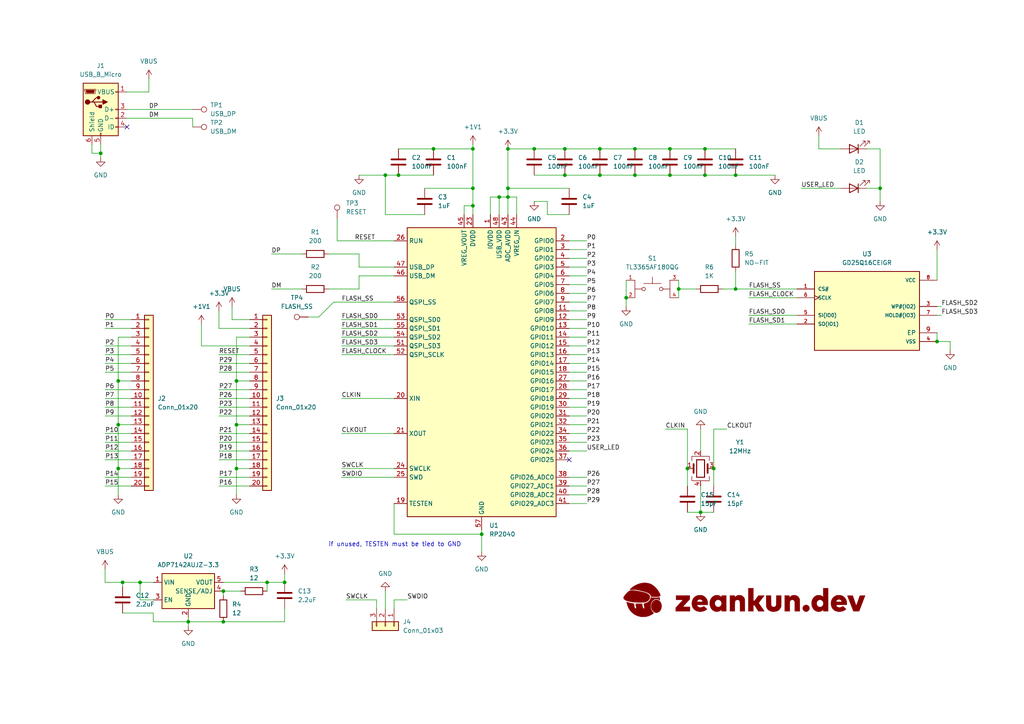
<source format=kicad_sch>
(kicad_sch (version 20230121) (generator eeschema)
  (paper "A4")
  (title_block (title "Pico2040 Modular Edition R2") (date "2023-08-09") (rev "2.0"))
  (lib_symbols
    (symbol "Connector:TestPoint" (pin_numbers hide) (pin_names (offset 0.762) hide)
      (property "Reference" "TP" (at 0 6.858 0))
      (property "Value" "TestPoint" (at 0 5.08 0))
      (symbol "TestPoint_1_1"
        (pin passive line (at 0 0 90) (length 2.54) (name "1") (number "1"))
      )
    )
    (symbol "Connector:USB_B_Micro" (pin_names (offset 1.016))
      (property "Reference" "J" (at -5.08 11.43 0))
      (property "Value" "USB_B_Micro" (at -5.08 8.89 0))
      (symbol "USB_B_Micro_1_1"
        (pin power_out line (at 7.62 5.08 180) (length 2.54) (name "VBUS") (number "1"))
        (pin bidirectional line (at 7.62 -2.54 180) (length 2.54) (name "D-") (number "2"))
        (pin bidirectional line (at 7.62 0 180) (length 2.54) (name "D+") (number "3"))
        (pin passive line (at 7.62 -5.08 180) (length 2.54) (name "ID") (number "4"))
        (pin power_out line (at 0 -10.16 90) (length 2.54) (name "GND") (number "5"))
        (pin passive line (at -2.54 -10.16 90) (length 2.54) (name "Shield") (number "6"))
      )
    )
    (symbol "Connector_Generic:Conn_01x03" (pin_names (offset 1.016) hide)
      (property "Reference" "J" (at 0 5.08 0))
      (property "Value" "Conn_01x03" (at 0 -5.08 0))
      (symbol "Conn_01x03_1_1"
        (pin passive line (at -5.08 2.54 0) (length 3.81) (name "Pin_1") (number "1"))
        (pin passive line (at -5.08 0 0) (length 3.81) (name "Pin_2") (number "2"))
        (pin passive line (at -5.08 -2.54 0) (length 3.81) (name "Pin_3") (number "3"))
      )
    )
    (symbol "Connector_Generic:Conn_01x20" (pin_names (offset 1.016) hide)
      (property "Reference" "J" (at 0 25.4 0))
      (property "Value" "Conn_01x20" (at 0 -27.94 0))
      (symbol "Conn_01x20_1_1"
        (pin passive line (at -5.08 22.86 0) (length 3.81) (name "Pin_1") (number "1"))
        (pin passive line (at -5.08 0 0) (length 3.81) (name "Pin_10") (number "10"))
        (pin passive line (at -5.08 -2.54 0) (length 3.81) (name "Pin_11") (number "11"))
        (pin passive line (at -5.08 -5.08 0) (length 3.81) (name "Pin_12") (number "12"))
        (pin passive line (at -5.08 -7.62 0) (length 3.81) (name "Pin_13") (number "13"))
        (pin passive line (at -5.08 -10.16 0) (length 3.81) (name "Pin_14") (number "14"))
        (pin passive line (at -5.08 -12.7 0) (length 3.81) (name "Pin_15") (number "15"))
        (pin passive line (at -5.08 -15.24 0) (length 3.81) (name "Pin_16") (number "16"))
        (pin passive line (at -5.08 -17.78 0) (length 3.81) (name "Pin_17") (number "17"))
        (pin passive line (at -5.08 -20.32 0) (length 3.81) (name "Pin_18") (number "18"))
        (pin passive line (at -5.08 -22.86 0) (length 3.81) (name "Pin_19") (number "19"))
        (pin passive line (at -5.08 20.32 0) (length 3.81) (name "Pin_2") (number "2"))
        (pin passive line (at -5.08 -25.4 0) (length 3.81) (name "Pin_20") (number "20"))
        (pin passive line (at -5.08 17.78 0) (length 3.81) (name "Pin_3") (number "3"))
        (pin passive line (at -5.08 15.24 0) (length 3.81) (name "Pin_4") (number "4"))
        (pin passive line (at -5.08 12.7 0) (length 3.81) (name "Pin_5") (number "5"))
        (pin passive line (at -5.08 10.16 0) (length 3.81) (name "Pin_6") (number "6"))
        (pin passive line (at -5.08 7.62 0) (length 3.81) (name "Pin_7") (number "7"))
        (pin passive line (at -5.08 5.08 0) (length 3.81) (name "Pin_8") (number "8"))
        (pin passive line (at -5.08 2.54 0) (length 3.81) (name "Pin_9") (number "9"))
      )
    )
    (symbol "Device:C" (pin_numbers hide) (pin_names (offset 0.254))
      (property "Reference" "C" (at 0.635 2.54 0))
      (property "Value" "C" (at 0.635 -2.54 0))
      (symbol "C_1_1"
        (pin passive line (at 0 3.81 270) (length 2.794) (name "~") (number "1"))
        (pin passive line (at 0 -3.81 90) (length 2.794) (name "~") (number "2"))
      )
    )
    (symbol "Device:Crystal_GND24" (pin_names (offset 1.016) hide)
      (property "Reference" "Y" (at 3.175 5.08 0))
      (property "Value" "Crystal_GND24" (at 3.175 3.175 0))
      (symbol "Crystal_GND24_1_1"
        (pin passive line (at -3.81 0 0) (length 1.27) (name "1") (number "1"))
        (pin passive line (at 0 5.08 270) (length 1.27) (name "2") (number "2"))
        (pin passive line (at 3.81 0 180) (length 1.27) (name "3") (number "3"))
        (pin passive line (at 0 -5.08 90) (length 1.27) (name "4") (number "4"))
      )
    )
    (symbol "Device:LED" (pin_numbers hide) (pin_names (offset 1.016) hide)
      (property "Reference" "D" (at 0 2.54 0))
      (property "Value" "LED" (at 0 -2.54 0))
      (symbol "LED_1_1"
        (pin passive line (at -3.81 0 0) (length 2.54) (name "K") (number "1"))
        (pin passive line (at 3.81 0 180) (length 2.54) (name "A") (number "2"))
      )
    )
    (symbol "Device:R" (pin_numbers hide) (pin_names (offset 0))
      (property "Reference" "R" (at 2.032 0 90))
      (property "Value" "R" (at 0 0 90))
      (symbol "R_1_1"
        (pin passive line (at 0 3.81 270) (length 1.27) (name "~") (number "1"))
        (pin passive line (at 0 -3.81 90) (length 1.27) (name "~") (number "2"))
      )
    )
    (symbol "GD25Q16CEIGR:GD25Q16CEIGR" (pin_names (offset 1.016))
      (property "Reference" "U" (at -15.24 11.43 0))
      (property "Value" "GD25Q16CEIGR" (at -15.24 -13.97 0))
      (symbol "GD25Q16CEIGR_0_0"
        (pin input line (at -20.32 5.08 0) (length 5.08) (name "CS#") (number "1"))
        (pin bidirectional line (at -20.32 -5.08 0) (length 5.08) (name "SO(IO1)") (number "2"))
        (pin bidirectional line (at 20.32 0 180) (length 5.08) (name "WP#(IO2)") (number "3"))
        (pin power_in line (at 20.32 -10.16 180) (length 5.08) (name "VSS") (number "4"))
        (pin bidirectional line (at -20.32 -2.54 0) (length 5.08) (name "SI(IO0)") (number "5"))
        (pin input clock (at -20.32 2.54 0) (length 5.08) (name "SCLK") (number "6"))
        (pin bidirectional line (at 20.32 -2.54 180) (length 5.08) (name "HOLD#(IO3)") (number "7"))
        (pin power_in line (at 20.32 7.62 180) (length 5.08) (name "VCC") (number "8"))
      )
      (symbol "GD25Q16CEIGR_1_1"
        (pin input line (at 20.32 -7.62 180) (length 5.08) (name "EP") (number "9"))
      )
    )
    (symbol "MCU_RaspberryPi:RP2040"
      (property "Reference" "U" (at 17.78 45.72 0))
      (property "Value" "RP2040" (at 17.78 43.18 0))
      (symbol "RP2040_1_1"
        (pin power_in line (at 2.54 45.72 270) (length 3.81) (name "IOVDD") (number "1"))
        (pin passive line (at 2.54 45.72 270) (length 3.81) hide (name "IOVDD") (number "10"))
        (pin bidirectional line (at 25.4 17.78 180) (length 3.81) (name "GPIO8") (number "11"))
        (pin bidirectional line (at 25.4 15.24 180) (length 3.81) (name "GPIO9") (number "12"))
        (pin bidirectional line (at 25.4 12.7 180) (length 3.81) (name "GPIO10") (number "13"))
        (pin bidirectional line (at 25.4 10.16 180) (length 3.81) (name "GPIO11") (number "14"))
        (pin bidirectional line (at 25.4 7.62 180) (length 3.81) (name "GPIO12") (number "15"))
        (pin bidirectional line (at 25.4 5.08 180) (length 3.81) (name "GPIO13") (number "16"))
        (pin bidirectional line (at 25.4 2.54 180) (length 3.81) (name "GPIO14") (number "17"))
        (pin bidirectional line (at 25.4 0 180) (length 3.81) (name "GPIO15") (number "18"))
        (pin input line (at -25.4 -38.1 0) (length 3.81) (name "TESTEN") (number "19"))
        (pin bidirectional line (at 25.4 38.1 180) (length 3.81) (name "GPIO0") (number "2"))
        (pin input line (at -25.4 -7.62 0) (length 3.81) (name "XIN") (number "20"))
        (pin passive line (at -25.4 -17.78 0) (length 3.81) (name "XOUT") (number "21"))
        (pin passive line (at 2.54 45.72 270) (length 3.81) hide (name "IOVDD") (number "22"))
        (pin power_in line (at -2.54 45.72 270) (length 3.81) (name "DVDD") (number "23"))
        (pin input line (at -25.4 -27.94 0) (length 3.81) (name "SWCLK") (number "24"))
        (pin bidirectional line (at -25.4 -30.48 0) (length 3.81) (name "SWD") (number "25"))
        (pin input line (at -25.4 38.1 0) (length 3.81) (name "RUN") (number "26"))
        (pin bidirectional line (at 25.4 -2.54 180) (length 3.81) (name "GPIO16") (number "27"))
        (pin bidirectional line (at 25.4 -5.08 180) (length 3.81) (name "GPIO17") (number "28"))
        (pin bidirectional line (at 25.4 -7.62 180) (length 3.81) (name "GPIO18") (number "29"))
        (pin bidirectional line (at 25.4 35.56 180) (length 3.81) (name "GPIO1") (number "3"))
        (pin bidirectional line (at 25.4 -10.16 180) (length 3.81) (name "GPIO19") (number "30"))
        (pin bidirectional line (at 25.4 -12.7 180) (length 3.81) (name "GPIO20") (number "31"))
        (pin bidirectional line (at 25.4 -15.24 180) (length 3.81) (name "GPIO21") (number "32"))
        (pin passive line (at 2.54 45.72 270) (length 3.81) hide (name "IOVDD") (number "33"))
        (pin bidirectional line (at 25.4 -17.78 180) (length 3.81) (name "GPIO22") (number "34"))
        (pin bidirectional line (at 25.4 -20.32 180) (length 3.81) (name "GPIO23") (number "35"))
        (pin bidirectional line (at 25.4 -22.86 180) (length 3.81) (name "GPIO24") (number "36"))
        (pin bidirectional line (at 25.4 -25.4 180) (length 3.81) (name "GPIO25") (number "37"))
        (pin bidirectional line (at 25.4 -30.48 180) (length 3.81) (name "GPIO26_ADC0") (number "38"))
        (pin bidirectional line (at 25.4 -33.02 180) (length 3.81) (name "GPIO27_ADC1") (number "39"))
        (pin bidirectional line (at 25.4 33.02 180) (length 3.81) (name "GPIO2") (number "4"))
        (pin bidirectional line (at 25.4 -35.56 180) (length 3.81) (name "GPIO28_ADC2") (number "40"))
        (pin bidirectional line (at 25.4 -38.1 180) (length 3.81) (name "GPIO29_ADC3") (number "41"))
        (pin passive line (at 2.54 45.72 270) (length 3.81) hide (name "IOVDD") (number "42"))
        (pin power_in line (at 7.62 45.72 270) (length 3.81) (name "ADC_AVDD") (number "43"))
        (pin power_in line (at 10.16 45.72 270) (length 3.81) (name "VREG_IN") (number "44"))
        (pin power_out line (at -5.08 45.72 270) (length 3.81) (name "VREG_VOUT") (number "45"))
        (pin bidirectional line (at -25.4 27.94 0) (length 3.81) (name "USB_DM") (number "46"))
        (pin bidirectional line (at -25.4 30.48 0) (length 3.81) (name "USB_DP") (number "47"))
        (pin power_in line (at 5.08 45.72 270) (length 3.81) (name "USB_VDD") (number "48"))
        (pin passive line (at 2.54 45.72 270) (length 3.81) hide (name "IOVDD") (number "49"))
        (pin bidirectional line (at 25.4 30.48 180) (length 3.81) (name "GPIO3") (number "5"))
        (pin passive line (at -2.54 45.72 270) (length 3.81) hide (name "DVDD") (number "50"))
        (pin bidirectional line (at -25.4 7.62 0) (length 3.81) (name "QSPI_SD3") (number "51"))
        (pin output line (at -25.4 5.08 0) (length 3.81) (name "QSPI_SCLK") (number "52"))
        (pin bidirectional line (at -25.4 15.24 0) (length 3.81) (name "QSPI_SD0") (number "53"))
        (pin bidirectional line (at -25.4 10.16 0) (length 3.81) (name "QSPI_SD2") (number "54"))
        (pin bidirectional line (at -25.4 12.7 0) (length 3.81) (name "QSPI_SD1") (number "55"))
        (pin bidirectional line (at -25.4 20.32 0) (length 3.81) (name "QSPI_SS") (number "56"))
        (pin power_in line (at 0 -45.72 90) (length 3.81) (name "GND") (number "57"))
        (pin bidirectional line (at 25.4 27.94 180) (length 3.81) (name "GPIO4") (number "6"))
        (pin bidirectional line (at 25.4 25.4 180) (length 3.81) (name "GPIO5") (number "7"))
        (pin bidirectional line (at 25.4 22.86 180) (length 3.81) (name "GPIO6") (number "8"))
        (pin bidirectional line (at 25.4 20.32 180) (length 3.81) (name "GPIO7") (number "9"))
      )
    )
    (symbol "Regulator_Linear:ADP7142AUJZ-3.3"
      (property "Reference" "U" (at 0 8.89 0))
      (property "Value" "ADP7142AUJZ-3.3" (at 0 6.35 0))
      (symbol "ADP7142AUJZ-3.3_1_1"
        (pin power_in line (at -10.16 2.54 0) (length 2.54) (name "VIN") (number "1"))
        (pin power_in line (at 0 -7.62 90) (length 2.54) (name "GND") (number "2"))
        (pin input line (at -10.16 -2.54 0) (length 2.54) (name "EN") (number "3"))
        (pin input line (at 10.16 0 180) (length 2.54) (name "SENSE/ADJ") (number "4"))
        (pin power_out line (at 10.16 2.54 180) (length 2.54) (name "VOUT") (number "5"))
      )
    )
    (symbol "TL3365AF180QG:TL3365AF180QG" (pin_names (offset 1.016))
      (property "Reference" "S" (at -5.08 5.08 0))
      (property "Value" "TL3365AF180QG" (at -5.08 -5.08 0))
      (symbol "TL3365AF180QG_0_0"
        (pin passive line (at -7.62 2.54 0) (length 2.54) (name "~") (number "1"))
        (pin passive line (at -7.62 -2.54 0) (length 2.54) (name "~") (number "2"))
        (pin passive line (at 7.62 2.54 180) (length 2.54) (name "~") (number "3"))
        (pin passive line (at 7.62 -2.54 180) (length 2.54) (name "~") (number "4"))
      )
    )
    (symbol "power:+1V1" (power) (pin_names (offset 0))
      (property "Value" "+1V1" (at 0 3.556 0))
      (symbol "+1V1_1_1"
        (pin power_in line (at 0 0 90) (length 0) hide (name "+1V1") (number "1"))
      )
    )
    (symbol "power:+3.3V" (power) (pin_names (offset 0))
      (property "Value" "+3.3V" (at 0 3.556 0))
      (symbol "+3.3V_1_1"
        (pin power_in line (at 0 0 90) (length 0) hide (name "+3.3V") (number "1"))
      )
    )
    (symbol "power:GND" (power) (pin_names (offset 0))
      (property "Value" "GND" (at 0 -3.81 0))
      (symbol "GND_1_1"
        (pin power_in line (at 0 0 270) (length 0) hide (name "GND") (number "1"))
      )
    )
    (symbol "power:VBUS" (power) (pin_names (offset 0))
      (property "Value" "VBUS" (at 0 3.81 0))
      (symbol "VBUS_1_1"
        (pin power_in line (at 0 0 90) (length 0) hide (name "VBUS") (number "1"))
      )
    )
    (symbol "zeankundev-logo:LOGO" (pin_names (offset 1.016)))
  )
  (junction (at 125.73 43.18))
  (junction (at 163.83 50.8))
  (junction (at 137.16 43.18))
  (junction (at 147.32 54.61))
  (junction (at 137.16 54.61))
  (junction (at 35.56 168.91))
  (junction (at 154.94 43.18))
  (junction (at 173.99 43.18))
  (junction (at 196.85 83.82))
  (junction (at 77.47 168.91))
  (junction (at 82.55 168.91))
  (junction (at 213.36 83.82))
  (junction (at 203.2 148.59))
  (junction (at 64.77 171.45))
  (junction (at 144.78 57.15))
  (junction (at 68.58 123.19))
  (junction (at 40.64 168.91))
  (junction (at 34.29 110.49))
  (junction (at 54.61 180.34))
  (junction (at 271.78 99.06))
  (junction (at 68.58 135.89))
  (junction (at 29.21 44.45))
  (junction (at 194.31 50.8))
  (junction (at 181.61 86.36))
  (junction (at 173.99 50.8))
  (junction (at 199.39 135.89))
  (junction (at 255.27 54.61))
  (junction (at 204.47 43.18))
  (junction (at 147.32 57.15))
  (junction (at 163.83 43.18))
  (junction (at 137.16 59.69))
  (junction (at 34.29 135.89))
  (junction (at 139.7 154.94))
  (junction (at 207.01 135.89))
  (junction (at 68.58 110.49))
  (junction (at 115.57 50.8))
  (junction (at 147.32 43.18))
  (junction (at 64.77 180.34))
  (junction (at 194.31 43.18))
  (junction (at 111.76 50.8))
  (junction (at 204.47 50.8))
  (junction (at 184.15 43.18))
  (junction (at 213.36 50.8))
  (junction (at 34.29 123.19))
  (junction (at 184.15 50.8))
  (no_connect (at 36.83 36.83))
  (no_connect (at 165.1 133.35))
  (wire (pts (xy 63.5 140.97) (xy 72.39 140.97)))
  (wire (pts (xy 165.1 90.17) (xy 170.18 90.17)))
  (wire (pts (xy 139.7 154.94) (xy 139.7 160.02)))
  (wire (pts (xy 63.5 90.17) (xy 63.5 95.25)))
  (wire (pts (xy 123.19 54.61) (xy 137.16 54.61)))
  (wire (pts (xy 271.78 88.9) (xy 273.05 88.9)))
  (wire (pts (xy 165.1 125.73) (xy 170.18 125.73)))
  (wire (pts (xy 96.774 87.63) (xy 92.456 91.948)))
  (wire (pts (xy 68.58 135.89) (xy 68.58 143.51)))
  (wire (pts (xy 77.47 168.91) (xy 77.47 171.45)))
  (wire (pts (xy 114.3 146.05) (xy 114.3 154.94)))
  (wire (pts (xy 99.06 138.43) (xy 114.3 138.43)))
  (wire (pts (xy 63.5 102.87) (xy 72.39 102.87)))
  (wire (pts (xy 137.16 41.91) (xy 137.16 43.18)))
  (wire (pts (xy 111.76 171.45) (xy 111.76 176.53)))
  (wire (pts (xy 115.57 43.18) (xy 125.73 43.18)))
  (wire (pts (xy 196.85 83.82) (xy 201.93 83.82)))
  (wire (pts (xy 63.5 95.25) (xy 72.39 95.25)))
  (wire (pts (xy 64.77 171.45) (xy 69.85 171.45)))
  (wire (pts (xy 68.58 97.79) (xy 72.39 97.79)))
  (wire (pts (xy 203.2 140.97) (xy 203.2 148.59)))
  (wire (pts (xy 173.99 43.18) (xy 184.15 43.18)))
  (wire (pts (xy 158.75 62.23) (xy 165.1 62.23)))
  (wire (pts (xy 68.58 123.19) (xy 72.39 123.19)))
  (wire (pts (xy 38.1 97.79) (xy 34.29 97.79)))
  (wire (pts (xy 137.16 59.69) (xy 137.16 62.23)))
  (wire (pts (xy 271.78 91.44) (xy 273.05 91.44)))
  (wire (pts (xy 68.58 110.49) (xy 68.58 123.19)))
  (wire (pts (xy 30.48 168.91) (xy 35.56 168.91)))
  (wire (pts (xy 35.56 168.91) (xy 40.64 168.91)))
  (wire (pts (xy 149.86 57.15) (xy 147.32 57.15)))
  (wire (pts (xy 149.86 62.23) (xy 149.86 57.15)))
  (wire (pts (xy 35.56 168.91) (xy 35.56 170.18)))
  (wire (pts (xy 217.17 86.36) (xy 231.14 86.36)))
  (wire (pts (xy 165.1 123.19) (xy 170.18 123.19)))
  (wire (pts (xy 196.85 83.82) (xy 196.85 86.36)))
  (wire (pts (xy 99.06 95.25) (xy 114.3 95.25)))
  (wire (pts (xy 63.5 133.35) (xy 72.39 133.35)))
  (wire (pts (xy 67.31 88.9) (xy 67.31 92.71)))
  (wire (pts (xy 114.3 80.01) (xy 104.14 80.01)))
  (wire (pts (xy 30.48 105.41) (xy 38.1 105.41)))
  (wire (pts (xy 165.1 92.71) (xy 170.18 92.71)))
  (wire (pts (xy 78.74 83.82) (xy 87.63 83.82)))
  (wire (pts (xy 63.5 120.65) (xy 72.39 120.65)))
  (wire (pts (xy 255.27 43.18) (xy 255.27 54.61)))
  (wire (pts (xy 30.48 138.43) (xy 38.1 138.43)))
  (wire (pts (xy 34.29 110.49) (xy 38.1 110.49)))
  (wire (pts (xy 165.1 107.95) (xy 170.18 107.95)))
  (wire (pts (xy 147.32 43.18) (xy 154.94 43.18)))
  (wire (pts (xy 30.48 140.97) (xy 38.1 140.97)))
  (wire (pts (xy 139.7 153.67) (xy 139.7 154.94)))
  (wire (pts (xy 165.1 118.11) (xy 170.18 118.11)))
  (wire (pts (xy 30.48 107.95) (xy 38.1 107.95)))
  (wire (pts (xy 104.14 50.8) (xy 111.76 50.8)))
  (wire (pts (xy 89.408 91.948) (xy 92.456 91.948)))
  (wire (pts (xy 82.55 176.53) (xy 82.55 180.34)))
  (wire (pts (xy 82.55 180.34) (xy 64.77 180.34)))
  (wire (pts (xy 232.41 54.61) (xy 243.84 54.61)))
  (wire (pts (xy 29.21 44.45) (xy 29.21 45.72)))
  (wire (pts (xy 99.06 92.71) (xy 114.3 92.71)))
  (wire (pts (xy 165.1 130.81) (xy 170.18 130.81)))
  (wire (pts (xy 95.25 73.66) (xy 104.14 73.66)))
  (wire (pts (xy 58.42 100.33) (xy 72.39 100.33)))
  (wire (pts (xy 217.17 91.44) (xy 231.14 91.44)))
  (wire (pts (xy 165.1 87.63) (xy 170.18 87.63)))
  (wire (pts (xy 213.36 78.74) (xy 213.36 83.82)))
  (wire (pts (xy 99.06 135.89) (xy 114.3 135.89)))
  (wire (pts (xy 34.29 123.19) (xy 38.1 123.19)))
  (wire (pts (xy 251.46 54.61) (xy 255.27 54.61)))
  (wire (pts (xy 165.1 69.85) (xy 170.18 69.85)))
  (wire (pts (xy 137.16 43.18) (xy 137.16 54.61)))
  (wire (pts (xy 147.32 54.61) (xy 147.32 57.15)))
  (wire (pts (xy 134.62 59.69) (xy 137.16 59.69)))
  (wire (pts (xy 213.36 68.58) (xy 213.36 71.12)))
  (wire (pts (xy 163.83 43.18) (xy 173.99 43.18)))
  (wire (pts (xy 165.1 146.05) (xy 170.18 146.05)))
  (wire (pts (xy 271.78 96.52) (xy 271.78 99.06)))
  (wire (pts (xy 30.48 120.65) (xy 38.1 120.65)))
  (wire (pts (xy 68.58 123.19) (xy 68.58 135.89)))
  (wire (pts (xy 29.21 41.91) (xy 29.21 44.45)))
  (wire (pts (xy 165.1 77.47) (xy 170.18 77.47)))
  (wire (pts (xy 34.29 135.89) (xy 38.1 135.89)))
  (wire (pts (xy 63.5 118.11) (xy 72.39 118.11)))
  (wire (pts (xy 165.1 97.79) (xy 170.18 97.79)))
  (wire (pts (xy 44.45 180.34) (xy 44.45 177.8)))
  (wire (pts (xy 34.29 110.49) (xy 34.29 123.19)))
  (wire (pts (xy 30.48 165.1) (xy 30.48 168.91)))
  (wire (pts (xy 165.1 110.49) (xy 170.18 110.49)))
  (wire (pts (xy 77.47 168.91) (xy 64.77 168.91)))
  (wire (pts (xy 147.32 43.18) (xy 147.32 54.61)))
  (wire (pts (xy 255.27 54.61) (xy 255.27 58.42)))
  (wire (pts (xy 165.1 138.43) (xy 170.18 138.43)))
  (wire (pts (xy 34.29 123.19) (xy 34.29 135.89)))
  (wire (pts (xy 68.58 135.89) (xy 72.39 135.89)))
  (wire (pts (xy 63.5 138.43) (xy 72.39 138.43)))
  (wire (pts (xy 213.36 50.8) (xy 224.79 50.8)))
  (wire (pts (xy 96.774 87.63) (xy 114.3 87.63)))
  (wire (pts (xy 271.78 72.39) (xy 271.78 81.28)))
  (wire (pts (xy 165.1 113.03) (xy 170.18 113.03)))
  (wire (pts (xy 26.67 41.91) (xy 26.67 44.45)))
  (wire (pts (xy 134.62 62.23) (xy 134.62 59.69)))
  (wire (pts (xy 199.39 135.89) (xy 199.39 140.97)))
  (wire (pts (xy 165.1 143.51) (xy 170.18 143.51)))
  (wire (pts (xy 165.1 82.55) (xy 170.18 82.55)))
  (wire (pts (xy 118.11 173.99) (xy 114.3 173.99)))
  (wire (pts (xy 99.06 102.87) (xy 114.3 102.87)))
  (wire (pts (xy 63.5 105.41) (xy 72.39 105.41)))
  (wire (pts (xy 165.1 105.41) (xy 170.18 105.41)))
  (wire (pts (xy 100.33 173.99) (xy 109.22 173.99)))
  (wire (pts (xy 30.48 133.35) (xy 38.1 133.35)))
  (wire (pts (xy 30.48 128.27) (xy 38.1 128.27)))
  (wire (pts (xy 63.5 125.73) (xy 72.39 125.73)))
  (wire (pts (xy 54.61 180.34) (xy 64.77 180.34)))
  (wire (pts (xy 54.61 180.34) (xy 44.45 180.34)))
  (wire (pts (xy 165.1 80.01) (xy 170.18 80.01)))
  (wire (pts (xy 30.48 130.81) (xy 38.1 130.81)))
  (wire (pts (xy 63.5 107.95) (xy 72.39 107.95)))
  (wire (pts (xy 99.06 115.57) (xy 114.3 115.57)))
  (wire (pts (xy 99.06 125.73) (xy 114.3 125.73)))
  (wire (pts (xy 237.49 39.37) (xy 237.49 43.18)))
  (wire (pts (xy 147.32 54.61) (xy 165.1 54.61)))
  (wire (pts (xy 196.85 81.28) (xy 196.85 83.82)))
  (wire (pts (xy 144.78 57.15) (xy 144.78 62.23)))
  (wire (pts (xy 40.64 173.99) (xy 40.64 168.91)))
  (wire (pts (xy 26.67 44.45) (xy 29.21 44.45)))
  (wire (pts (xy 30.48 102.87) (xy 38.1 102.87)))
  (wire (pts (xy 125.73 43.18) (xy 137.16 43.18)))
  (wire (pts (xy 30.48 113.03) (xy 38.1 113.03)))
  (wire (pts (xy 30.48 95.25) (xy 38.1 95.25)))
  (wire (pts (xy 111.76 62.23) (xy 111.76 50.8)))
  (wire (pts (xy 55.88 34.29) (xy 55.88 36.83)))
  (wire (pts (xy 137.16 54.61) (xy 137.16 59.69)))
  (wire (pts (xy 44.45 173.99) (xy 40.64 173.99)))
  (wire (pts (xy 142.24 62.23) (xy 142.24 57.15)))
  (wire (pts (xy 82.55 168.91) (xy 77.47 168.91)))
  (wire (pts (xy 123.19 62.23) (xy 111.76 62.23)))
  (wire (pts (xy 142.24 57.15) (xy 144.78 57.15)))
  (wire (pts (xy 213.36 83.82) (xy 231.14 83.82)))
  (wire (pts (xy 104.14 80.01) (xy 104.14 83.82)))
  (wire (pts (xy 104.14 73.66) (xy 104.14 77.47)))
  (wire (pts (xy 67.31 92.71) (xy 72.39 92.71)))
  (wire (pts (xy 199.39 148.59) (xy 203.2 148.59)))
  (wire (pts (xy 147.32 57.15) (xy 147.32 62.23)))
  (wire (pts (xy 204.47 50.8) (xy 213.36 50.8)))
  (wire (pts (xy 63.5 115.57) (xy 72.39 115.57)))
  (wire (pts (xy 210.82 124.46) (xy 207.01 124.46)))
  (wire (pts (xy 207.01 124.46) (xy 207.01 135.89)))
  (wire (pts (xy 97.79 63.5) (xy 97.79 69.85)))
  (wire (pts (xy 30.48 118.11) (xy 38.1 118.11)))
  (wire (pts (xy 173.99 50.8) (xy 184.15 50.8)))
  (wire (pts (xy 111.76 50.8) (xy 115.57 50.8)))
  (wire (pts (xy 194.31 50.8) (xy 204.47 50.8)))
  (wire (pts (xy 104.14 77.47) (xy 114.3 77.47)))
  (wire (pts (xy 203.2 124.46) (xy 203.2 130.81)))
  (wire (pts (xy 82.55 166.37) (xy 82.55 168.91)))
  (wire (pts (xy 115.57 50.8) (xy 125.73 50.8)))
  (wire (pts (xy 64.77 171.45) (xy 64.77 172.72)))
  (wire (pts (xy 165.1 140.97) (xy 170.18 140.97)))
  (wire (pts (xy 34.29 135.89) (xy 34.29 143.51)))
  (wire (pts (xy 34.29 97.79) (xy 34.29 110.49)))
  (wire (pts (xy 97.79 69.85) (xy 114.3 69.85)))
  (wire (pts (xy 68.58 97.79) (xy 68.58 110.49)))
  (wire (pts (xy 58.42 93.98) (xy 58.42 100.33)))
  (wire (pts (xy 104.14 83.82) (xy 95.25 83.82)))
  (wire (pts (xy 54.61 179.07) (xy 54.61 180.34)))
  (wire (pts (xy 158.75 58.42) (xy 158.75 62.23)))
  (wire (pts (xy 165.1 128.27) (xy 170.18 128.27)))
  (wire (pts (xy 181.61 86.36) (xy 181.61 88.9)))
  (wire (pts (xy 158.75 58.42) (xy 154.94 58.42)))
  (wire (pts (xy 35.56 177.8) (xy 44.45 177.8)))
  (wire (pts (xy 194.31 43.18) (xy 204.47 43.18)))
  (wire (pts (xy 275.59 99.06) (xy 271.78 99.06)))
  (wire (pts (xy 36.83 26.67) (xy 43.18 26.67)))
  (wire (pts (xy 165.1 72.39) (xy 170.18 72.39)))
  (wire (pts (xy 36.83 31.75) (xy 55.88 31.75)))
  (wire (pts (xy 68.58 110.49) (xy 72.39 110.49)))
  (wire (pts (xy 114.3 173.99) (xy 114.3 176.53)))
  (wire (pts (xy 154.94 43.18) (xy 163.83 43.18)))
  (wire (pts (xy 144.78 57.15) (xy 147.32 57.15)))
  (wire (pts (xy 165.1 85.09) (xy 170.18 85.09)))
  (wire (pts (xy 78.74 73.66) (xy 87.63 73.66)))
  (wire (pts (xy 30.48 92.71) (xy 38.1 92.71)))
  (wire (pts (xy 165.1 95.25) (xy 170.18 95.25)))
  (wire (pts (xy 109.22 173.99) (xy 109.22 176.53)))
  (wire (pts (xy 275.59 101.6) (xy 275.59 99.06)))
  (wire (pts (xy 43.18 26.67) (xy 43.18 22.86)))
  (wire (pts (xy 204.47 43.18) (xy 213.36 43.18)))
  (wire (pts (xy 99.06 97.79) (xy 114.3 97.79)))
  (wire (pts (xy 30.48 100.33) (xy 38.1 100.33)))
  (wire (pts (xy 165.1 120.65) (xy 170.18 120.65)))
  (wire (pts (xy 193.04 124.46) (xy 199.39 124.46)))
  (wire (pts (xy 184.15 43.18) (xy 194.31 43.18)))
  (wire (pts (xy 114.3 154.94) (xy 139.7 154.94)))
  (wire (pts (xy 63.5 130.81) (xy 72.39 130.81)))
  (wire (pts (xy 163.83 50.8) (xy 173.99 50.8)))
  (wire (pts (xy 209.55 83.82) (xy 213.36 83.82)))
  (wire (pts (xy 165.1 115.57) (xy 170.18 115.57)))
  (wire (pts (xy 217.17 93.98) (xy 231.14 93.98)))
  (wire (pts (xy 36.83 34.29) (xy 55.88 34.29)))
  (wire (pts (xy 181.61 81.28) (xy 181.61 86.36)))
  (wire (pts (xy 30.48 125.73) (xy 38.1 125.73)))
  (wire (pts (xy 63.5 128.27) (xy 72.39 128.27)))
  (wire (pts (xy 165.1 100.33) (xy 170.18 100.33)))
  (wire (pts (xy 63.5 113.03) (xy 72.39 113.03)))
  (wire (pts (xy 184.15 50.8) (xy 194.31 50.8)))
  (wire (pts (xy 99.06 100.33) (xy 114.3 100.33)))
  (wire (pts (xy 237.49 43.18) (xy 243.84 43.18)))
  (wire (pts (xy 54.61 180.34) (xy 54.61 181.61)))
  (wire (pts (xy 40.64 168.91) (xy 44.45 168.91)))
  (wire (pts (xy 165.1 74.93) (xy 170.18 74.93)))
  (wire (pts (xy 30.48 115.57) (xy 38.1 115.57)))
  (wire (pts (xy 203.2 148.59) (xy 207.01 148.59)))
  (wire (pts (xy 207.01 135.89) (xy 207.01 140.97)))
  (wire (pts (xy 251.46 43.18) (xy 255.27 43.18)))
  (wire (pts (xy 199.39 124.46) (xy 199.39 135.89)))
  (wire (pts (xy 154.94 50.8) (xy 163.83 50.8)))
  (wire (pts (xy 165.1 102.87) (xy 170.18 102.87)))
  (text "if unused, TESTEN must be tied to GND" (at 95.25 158.75 0) (effects (font (size 1.27 1.27)) (justify left bottom)))
  (label "P13" (at 30.48 133.35 0))
  (label "P12" (at 30.48 130.81 0))
  (label "P27" (at 63.5 113.03 0))
  (label "P7" (at 30.48 115.57 0))
  (label "FLASH_SD0" (at 99.06 92.71 0))
  (label "P12" (at 170.18 100.33 0))
  (label "P14" (at 30.48 138.43 0))
  (label "USER_LED" (at 170.18 130.81 0))
  (label "P1" (at 170.18 72.39 0))
  (label "FLASH_SD1" (at 99.06 95.25 0))
  (label "SWCLK" (at 100.33 173.99 0))
  (label "P27" (at 170.18 140.97 0))
  (label "DM" (at 78.74 83.82 0))
  (label "FLASH_SS" (at 217.17 83.82 0))
  (label "P9" (at 30.48 120.65 0))
  (label "P28" (at 170.18 143.51 0))
  (label "DP" (at 78.74 73.66 0))
  (label "P8" (at 170.18 90.17 0))
  (label "FLASH_CLOCK" (at 217.17 86.36 0))
  (label "P29" (at 63.5 105.41 0))
  (label "P16" (at 63.5 140.97 0))
  (label "P15" (at 170.18 107.95 0))
  (label "FLASH_SD3" (at 273.05 91.44 0))
  (label "P17" (at 63.5 138.43 0))
  (label "P2" (at 30.48 100.33 0))
  (label "P5" (at 30.48 107.95 0))
  (label "FLASH_SD3" (at 99.06 100.33 0))
  (label "P9" (at 170.18 92.71 0))
  (label "FLASH_SD0" (at 217.17 91.44 0))
  (label "P11" (at 170.18 97.79 0))
  (label "P0" (at 30.48 92.71 0))
  (label "P22" (at 63.5 120.65 0))
  (label "P23" (at 63.5 118.11 0))
  (label "P18" (at 63.5 133.35 0))
  (label "P28" (at 63.5 107.95 0))
  (label "DM" (at 43.18 34.29 0))
  (label "FLASH_SD1" (at 217.17 93.98 0))
  (label "P26" (at 63.5 115.57 0))
  (label "CLKIN" (at 99.06 115.57 0))
  (label "P4" (at 170.18 80.01 0))
  (label "P20" (at 63.5 128.27 0))
  (label "FLASH_CLOCK" (at 99.06 102.87 0))
  (label "P23" (at 170.18 128.27 0))
  (label "P1" (at 30.48 95.25 0))
  (label "P8" (at 30.48 118.11 0))
  (label "P0" (at 170.18 69.85 0))
  (label "P15" (at 30.48 140.97 0))
  (label "P16" (at 170.18 110.49 0))
  (label "P21" (at 170.18 123.19 0))
  (label "P19" (at 170.18 118.11 0))
  (label "RESET" (at 63.5 102.87 0))
  (label "CLKIN" (at 193.04 124.46 0))
  (label "SWDIO" (at 99.06 138.43 0))
  (label "P20" (at 170.18 120.65 0))
  (label "DP" (at 43.18 31.75 0))
  (label "SWDIO" (at 118.11 173.99 0))
  (label "P21" (at 63.5 125.73 0))
  (label "P14" (at 170.18 105.41 0))
  (label "P19" (at 63.5 130.81 0))
  (label "CLKOUT" (at 99.06 125.73 0))
  (label "SWCLK" (at 99.06 135.89 0))
  (label "P7" (at 170.18 87.63 0))
  (label "P17" (at 170.18 113.03 0))
  (label "RESET" (at 102.87 69.85 0))
  (label "P10" (at 170.18 95.25 0))
  (label "P26" (at 170.18 138.43 0))
  (label "P6" (at 170.18 85.09 0))
  (label "P18" (at 170.18 115.57 0))
  (label "FLASH_SD2" (at 99.06 97.79 0))
  (label "P29" (at 170.18 146.05 0))
  (label "P13" (at 170.18 102.87 0))
  (label "P6" (at 30.48 113.03 0))
  (label "USER_LED" (at 232.41 54.61 0))
  (label "P4" (at 30.48 105.41 0))
  (label "P10" (at 30.48 125.73 0))
  (label "FLASH_SS" (at 99.06 87.63 0))
  (label "P22" (at 170.18 125.73 0))
  (label "FLASH_SD2" (at 273.05 88.9 0))
  (label "P3" (at 170.18 77.47 0))
  (label "P2" (at 170.18 74.93 0))
  (label "P5" (at 170.18 82.55 0))
  (label "CLKOUT" (at 210.82 124.46 0))
  (label "P11" (at 30.48 128.27 0))
  (label "P3" (at 30.48 102.87 0))
  (symbol (lib_id "MCU_RaspberryPi:RP2040") (at 139.7 107.95 0) (unit 1)
    (property "Reference" "U1" (at 141.8941 152.4 0) (effects (justify left)))
    (property "Value" "RP2040" (at 141.8941 154.94 0) (effects (justify left)))
    (property "Footprint" "Package_DFN_QFN:QFN-56-1EP_7x7mm_P0.4mm_EP3.2x3.2mm" (effects hide))
    (property "Datasheet" "https://datasheets.raspberrypi.com/rp2040/rp2040-datasheet.pdf" (effects hide))
  )
  (symbol (lib_id "Device:C") (at 154.94 46.99 0) (unit 1)
    (property "Reference" "C5" (at 158.75 45.72 0) (effects (justify left)))
    (property "Value" "100nF" (at 158.75 48.26 0) (effects (justify left)))
    (property "Footprint" "Capacitor_SMD:C_0201_0603Metric" (effects hide))
  )
  (symbol (lib_id "Device:C") (at 163.83 46.99 0) (unit 1)
    (property "Reference" "C6" (at 167.64 45.72 0) (effects (justify left)))
    (property "Value" "100nF" (at 167.64 48.26 0) (effects (justify left)))
    (property "Footprint" "Capacitor_SMD:C_0201_0603Metric" (effects hide))
  )
  (symbol (lib_id "power:GND") (at 139.7 160.02 0) (unit 1)
    (property "Reference" "#PWR06" (effects hide))
    (property "Value" "GND" (at 139.7 165.1 0))
  )
  (symbol (lib_id "power:GND") (at 104.14 50.8 0) (unit 1)
    (property "Reference" "#PWR02" (effects hide))
    (property "Value" "GND" (at 104.14 55.88 0))
  )
  (symbol (lib_id "Connector_Generic:Conn_01x20") (at 77.47 115.57 0) (unit 1)
    (property "Reference" "J3" (at 80.01 115.57 0) (effects (justify left)))
    (property "Value" "Conn_01x20" (at 80.01 118.11 0) (effects (justify left)))
    (property "Footprint" "SMD-TH-Connector:PinHeader_1x20_2H_P2.54mm_Vertical" (effects hide))
  )
  (symbol (lib_id "Device:C") (at 173.99 46.99 0) (unit 1)
    (property "Reference" "C7" (at 177.8 45.72 0) (effects (justify left)))
    (property "Value" "100nF" (at 177.8 48.26 0) (effects (justify left)))
    (property "Footprint" "Capacitor_SMD:C_0201_0603Metric" (effects hide))
  )
  (symbol (lib_id "GD25Q16CEIGR:GD25Q16CEIGR") (at 251.46 88.9 0) (unit 1)
    (property "Reference" "U3" (at 251.46 73.66 0))
    (property "Value" "GD25Q16CEIGR" (at 251.46 76.2 0))
    (property "Footprint" "GD25Q16CEIGR:PSON50P200X300X50-9N" (effects hide))
    (property "PARTREV" "3.0" (effects hide))
    (property "MANUFACTURER" "GigaDevice" (effects hide))
    (property "MAXIMUM_PACKAGE_HEIGHT" "0.5 mm" (effects hide))
    (property "STANDARD" "IPC 7351B" (effects hide))
  )
  (symbol (lib_id "Device:C") (at 115.57 46.99 0) (unit 1)
    (property "Reference" "C2" (at 119.38 45.72 0) (effects (justify left)))
    (property "Value" "100nF" (at 119.38 48.26 0) (effects (justify left)))
    (property "Footprint" "Capacitor_SMD:C_0201_0603Metric" (effects hide))
  )
  (symbol (lib_id "power:+3.3V") (at 82.55 166.37 0) (unit 1)
    (property "Reference" "#PWR08" (effects hide))
    (property "Value" "+3.3V" (at 82.55 161.29 0))
  )
  (symbol (lib_id "power:GND") (at 275.59 101.6 0) (unit 1)
    (property "Reference" "#PWR013" (effects hide))
    (property "Value" "GND" (at 275.59 106.68 0))
  )
  (symbol (lib_id "Connector:USB_B_Micro") (at 29.21 31.75 0) (unit 1)
    (property "Reference" "J1" (at 29.21 19.05 0))
    (property "Value" "USB_B_Micro" (at 29.21 21.59 0))
    (property "Footprint" "Connector_USB:USB_Micro-B_Amphenol_10103594-0001LF_Horizontal" (effects hide))
  )
  (symbol (lib_id "Device:R") (at 205.74 83.82 90) (unit 1)
    (property "Reference" "R6" (at 205.74 77.47 90))
    (property "Value" "1K" (at 205.74 80.01 90))
    (property "Footprint" "Resistor_SMD:R_0201_0603Metric" (effects hide))
  )
  (symbol (lib_id "Device:R") (at 91.44 83.82 90) (unit 1)
    (property "Reference" "R2" (at 91.44 77.47 90))
    (property "Value" "200" (at 91.44 80.01 90))
    (property "Footprint" "Resistor_SMD:R_0201_0603Metric" (effects hide))
  )
  (symbol (lib_id "power:VBUS") (at 237.49 39.37 0) (unit 1)
    (property "Reference" "#PWR024" (effects hide))
    (property "Value" "VBUS" (at 237.49 34.29 0))
  )
  (symbol (lib_id "Device:C") (at 207.01 144.78 0) (unit 1)
    (property "Reference" "C14" (at 210.82 143.51 0) (effects (justify left)))
    (property "Value" "15pF" (at 210.82 146.05 0) (effects (justify left)))
    (property "Footprint" "Capacitor_SMD:C_0201_0603Metric" (effects hide))
  )
  (symbol (lib_id "power:GND") (at 255.27 58.42 0) (unit 1)
    (property "Reference" "#PWR025" (effects hide))
    (property "Value" "GND" (at 255.27 63.5 0))
  )
  (symbol (lib_id "power:+3.3V") (at 213.36 68.58 0) (unit 1)
    (property "Reference" "#PWR014" (effects hide))
    (property "Value" "+3.3V" (at 213.36 63.5 0))
  )
  (symbol (lib_id "Connector:TestPoint") (at 97.79 63.5 0) (unit 1)
    (property "Reference" "TP3" (at 100.33 58.928 0) (effects (justify left)))
    (property "Value" "RESET" (at 100.33 61.468 0) (effects (justify left)))
    (property "Footprint" "TestPoint:TestPoint_Pad_D1.0mm" (effects hide))
  )
  (symbol (lib_id "Device:C") (at 35.56 173.99 0) (unit 1)
    (property "Reference" "C12" (at 39.37 172.72 0) (effects (justify left)))
    (property "Value" "2.2uF" (at 39.37 175.26 0) (effects (justify left)))
    (property "Footprint" "Capacitor_SMD:C_0201_0603Metric" (effects hide))
  )
  (symbol (lib_id "power:GND") (at 111.76 171.45 180) (unit 1)
    (property "Reference" "#PWR023" (effects hide))
    (property "Value" "GND" (at 111.76 166.37 0))
  )
  (symbol (lib_id "Connector:TestPoint") (at 89.408 91.948 90) (unit 1)
    (property "Reference" "TP4" (at 86.106 86.36 90))
    (property "Value" "FLASH_SS" (at 86.106 88.9 90))
    (property "Footprint" "TestPoint:TestPoint_Pad_D1.0mm" (effects hide))
  )
  (symbol (lib_id "Device:C") (at 194.31 46.99 0) (unit 1)
    (property "Reference" "C9" (at 198.12 45.72 0) (effects (justify left)))
    (property "Value" "100nF" (at 198.12 48.26 0) (effects (justify left)))
    (property "Footprint" "Capacitor_SMD:C_0201_0603Metric" (effects hide))
  )
  (symbol (lib_id "Device:C") (at 184.15 46.99 0) (unit 1)
    (property "Reference" "C8" (at 187.96 45.72 0) (effects (justify left)))
    (property "Value" "100nF" (at 187.96 48.26 0) (effects (justify left)))
    (property "Footprint" "Capacitor_SMD:C_0201_0603Metric" (effects hide))
  )
  (symbol (lib_id "Device:R") (at 64.77 176.53 0) (unit 1)
    (property "Reference" "R4" (at 67.31 175.26 0) (effects (justify left)))
    (property "Value" "12" (at 67.31 177.8 0) (effects (justify left)))
    (property "Footprint" "Resistor_SMD:R_0201_0603Metric" (effects hide))
  )
  (symbol (lib_id "Device:LED") (at 247.65 43.18 180) (unit 1)
    (property "Reference" "D1" (at 249.2375 35.56 0))
    (property "Value" "LED" (at 249.2375 38.1 0))
    (property "Footprint" "LED_SMD:LED_0201_0603Metric" (effects hide))
  )
  (symbol (lib_id "power:GND") (at 203.2 124.46 180) (unit 1)
    (property "Reference" "#PWR017" (effects hide))
    (property "Value" "GND" (at 203.2 119.38 0))
  )
  (symbol (lib_id "Device:C") (at 165.1 58.42 0) (unit 1)
    (property "Reference" "C4" (at 168.91 57.15 0) (effects (justify left)))
    (property "Value" "1uF" (at 168.91 59.69 0) (effects (justify left)))
    (property "Footprint" "Capacitor_SMD:C_0201_0603Metric" (effects hide))
  )
  (symbol (lib_id "Connector:TestPoint") (at 55.88 31.75 270) (unit 1)
    (property "Reference" "TP1" (at 60.96 30.48 90) (effects (justify left)))
    (property "Value" "USB_DP" (at 60.96 33.02 90) (effects (justify left)))
    (property "Footprint" "TestPoint:TestPoint_Pad_D1.0mm" (effects hide))
  )
  (symbol (lib_id "Device:R") (at 73.66 171.45 90) (unit 1)
    (property "Reference" "R3" (at 73.66 165.1 90))
    (property "Value" "12" (at 73.66 167.64 90))
    (property "Footprint" "Resistor_SMD:R_0201_0603Metric" (effects hide))
  )
  (symbol (lib_id "power:GND") (at 224.79 50.8 0) (unit 1)
    (property "Reference" "#PWR05" (effects hide))
    (property "Value" "GND" (at 224.79 55.88 0))
  )
  (symbol (lib_id "power:GND") (at 154.94 58.42 0) (unit 1)
    (property "Reference" "#PWR04" (effects hide))
    (property "Value" "GND" (at 154.94 63.5 0))
  )
  (symbol (lib_id "Device:LED") (at 247.65 54.61 180) (unit 1)
    (property "Reference" "D2" (at 249.2375 46.99 0))
    (property "Value" "LED" (at 249.2375 49.53 0))
    (property "Footprint" "LED_SMD:LED_0201_0603Metric" (effects hide))
  )
  (symbol (lib_id "Connector_Generic:Conn_01x20") (at 43.18 115.57 0) (unit 1)
    (property "Reference" "J2" (at 45.72 115.57 0) (effects (justify left)))
    (property "Value" "Conn_01x20" (at 45.72 118.11 0) (effects (justify left)))
    (property "Footprint" "SMD-TH-Connector:PinHeader_1x20_2H_P2.54mm_Vertical" (effects hide))
  )
  (symbol (lib_id "power:VBUS") (at 30.48 165.1 0) (unit 1)
    (property "Reference" "#PWR07" (effects hide))
    (property "Value" "VBUS" (at 30.48 160.02 0))
  )
  (symbol (lib_id "power:VBUS") (at 43.18 22.86 0) (mirror y) (unit 1)
    (property "Reference" "#PWR010" (effects hide))
    (property "Value" "VBUS" (at 43.18 17.78 0))
  )
  (symbol (lib_id "Device:R") (at 91.44 73.66 90) (unit 1)
    (property "Reference" "R1" (at 91.44 67.31 90))
    (property "Value" "200" (at 91.44 69.85 90))
    (property "Footprint" "Resistor_SMD:R_0201_0603Metric" (effects hide))
  )
  (symbol (lib_id "power:GND") (at 181.61 88.9 0) (unit 1)
    (property "Reference" "#PWR015" (effects hide))
    (property "Value" "GND" (at 181.61 93.98 0))
  )
  (symbol (lib_id "Regulator_Linear:ADP7142AUJZ-3.3") (at 54.61 171.45 0) (unit 1)
    (property "Reference" "U2" (at 54.61 161.29 0))
    (property "Value" "ADP7142AUJZ-3.3" (at 54.61 163.83 0))
    (property "Footprint" "Package_TO_SOT_SMD:TSOT-23-5" (effects hide))
    (property "Datasheet" "https://www.analog.com/media/en/technical-documentation/data-sheets/ADP7142.pdf" (effects hide))
  )
  (symbol (lib_id "Device:C") (at 204.47 46.99 0) (unit 1)
    (property "Reference" "C10" (at 208.28 45.72 0) (effects (justify left)))
    (property "Value" "100nF" (at 208.28 48.26 0) (effects (justify left)))
    (property "Footprint" "Capacitor_SMD:C_0201_0603Metric" (effects hide))
  )
  (symbol (lib_id "Device:C") (at 199.39 144.78 0) (unit 1)
    (property "Reference" "C15" (at 203.2 143.51 0) (effects (justify left)))
    (property "Value" "15pF" (at 203.2 146.05 0) (effects (justify left)))
    (property "Footprint" "Capacitor_SMD:C_0201_0603Metric" (effects hide))
  )
  (symbol (lib_id "power:+1V1") (at 137.16 41.91 0) (unit 1)
    (property "Reference" "#PWR01" (effects hide))
    (property "Value" "+1V1" (at 137.16 36.83 0))
  )
  (symbol (lib_id "power:+1V1") (at 58.42 93.98 0) (unit 1)
    (property "Reference" "#PWR022" (effects hide))
    (property "Value" "+1V1" (at 58.42 88.9 0))
  )
  (symbol (lib_id "Connector:TestPoint") (at 55.88 36.83 270) (unit 1)
    (property "Reference" "TP2" (at 60.96 35.56 90) (effects (justify left)))
    (property "Value" "USB_DM" (at 60.96 38.1 90) (effects (justify left)))
    (property "Footprint" "TestPoint:TestPoint_Pad_D1.0mm" (effects hide))
  )
  (symbol (lib_id "power:VBUS") (at 67.31 88.9 0) (unit 1)
    (property "Reference" "#PWR020" (effects hide))
    (property "Value" "VBUS" (at 67.31 83.82 0))
  )
  (symbol (lib_id "power:+3.3V") (at 271.78 72.39 0) (mirror y) (unit 1)
    (property "Reference" "#PWR012" (effects hide))
    (property "Value" "+3.3V" (at 271.78 67.31 0))
  )
  (symbol (lib_id "Device:C") (at 213.36 46.99 0) (unit 1)
    (property "Reference" "C11" (at 217.17 45.72 0) (effects (justify left)))
    (property "Value" "100nF" (at 217.17 48.26 0) (effects (justify left)))
    (property "Footprint" "Capacitor_SMD:C_0201_0603Metric" (effects hide))
  )
  (symbol (lib_id "power:GND") (at 29.21 45.72 0) (mirror y) (unit 1)
    (property "Reference" "#PWR011" (effects hide))
    (property "Value" "GND" (at 29.21 50.8 0))
  )
  (symbol (lib_id "Device:C") (at 82.55 172.72 0) (unit 1)
    (property "Reference" "C13" (at 86.36 171.45 0) (effects (justify left)))
    (property "Value" "2.2uF" (at 86.36 173.99 0) (effects (justify left)))
    (property "Footprint" "Capacitor_SMD:C_0201_0603Metric" (effects hide))
  )
  (symbol (lib_id "Device:C") (at 125.73 46.99 0) (unit 1)
    (property "Reference" "C1" (at 129.54 45.72 0) (effects (justify left)))
    (property "Value" "100nF" (at 129.54 48.26 0) (effects (justify left)))
    (property "Footprint" "Capacitor_SMD:C_0201_0603Metric" (effects hide))
  )
  (symbol (lib_id "power:+3.3V") (at 63.5 90.17 0) (unit 1)
    (property "Reference" "#PWR021" (effects hide))
    (property "Value" "+3.3V" (at 63.5 85.09 0))
  )
  (symbol (lib_id "power:+3.3V") (at 147.32 43.18 0) (mirror y) (unit 1)
    (property "Reference" "#PWR03" (effects hide))
    (property "Value" "+3.3V" (at 147.32 38.1 0))
  )
  (symbol (lib_id "zeankundev-logo:LOGO") (at 215.9 173.99 0) (unit 1)
    (property "Reference" "#G1" (effects hide))
    (property "Value" "LOGO" (effects hide))
  )
  (symbol (lib_id "Device:C") (at 123.19 58.42 0) (unit 1)
    (property "Reference" "C3" (at 127 57.15 0) (effects (justify left)))
    (property "Value" "1uF" (at 127 59.69 0) (effects (justify left)))
    (property "Footprint" "Capacitor_SMD:C_0201_0603Metric" (effects hide))
  )
  (symbol (lib_id "Device:Crystal_GND24") (at 203.2 135.89 0) (unit 1)
    (property "Reference" "Y1" (at 214.63 128.27 0))
    (property "Value" "12MHz" (at 214.63 130.81 0))
    (property "Footprint" "Crystal:Crystal_SMD_2520-4Pin_2.5x2.0mm" (effects hide))
  )
  (symbol (lib_id "Device:R") (at 213.36 74.93 0) (unit 1)
    (property "Reference" "R5" (at 215.9 73.66 0) (effects (justify left)))
    (property "Value" "NO-FIT" (at 215.9 76.2 0) (effects (justify left)))
    (property "Footprint" "Resistor_SMD:R_0201_0603Metric" (effects hide))
  )
  (symbol (lib_id "power:GND") (at 34.29 143.51 0) (unit 1)
    (property "Reference" "#PWR018" (effects hide))
    (property "Value" "GND" (at 34.29 148.59 0))
  )
  (symbol (lib_id "power:GND") (at 54.61 181.61 0) (unit 1)
    (property "Reference" "#PWR09" (effects hide))
    (property "Value" "GND" (at 54.61 186.69 0))
  )
  (symbol (lib_id "TL3365AF180QG:TL3365AF180QG") (at 189.23 83.82 0) (unit 1)
    (property "Reference" "S1" (at 189.23 74.93 0))
    (property "Value" "TL3365AF180QG" (at 189.23 77.47 0))
    (property "Footprint" "TL3365AF180QG:SW_TL3365AF180QG" (effects hide))
    (property "PARTREV" "A" (effects hide))
    (property "SNAPEDA_PN" "TL3365AF180QG" (effects hide))
    (property "STANDARD" "Manufacturer Recommendations" (effects hide))
    (property "MAXIMUM_PACKAGE_HEIGHT" "2.5 mm" (effects hide))
    (property "MANUFACTURER" "E-Switch" (effects hide))
  )
  (symbol (lib_id "Connector_Generic:Conn_01x03") (at 111.76 181.61 270) (unit 1)
    (property "Reference" "J4" (at 116.84 180.34 90) (effects (justify left)))
    (property "Value" "Conn_01x03" (at 116.84 182.88 90) (effects (justify left)))
    (property "Footprint" "Connector_PinHeader_2.54mm:PinHeader_1x03_P2.54mm_Vertical" (effects hide))
  )
  (symbol (lib_id "power:GND") (at 203.2 148.59 0) (unit 1)
    (property "Reference" "#PWR016" (effects hide))
    (property "Value" "GND" (at 203.2 153.67 0))
  )
  (symbol (lib_id "power:GND") (at 68.58 143.51 0) (unit 1)
    (property "Reference" "#PWR019" (effects hide))
    (property "Value" "GND" (at 68.58 148.59 0))
  )
)
</source>
